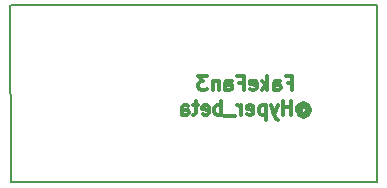
<source format=gbo>
G04 #@! TF.GenerationSoftware,KiCad,Pcbnew,(5.0.0-dirty)*
G04 #@! TF.CreationDate,2020-07-10T19:56:49+09:00*
G04 #@! TF.ProjectId,fake-fan-mk2,66616B652D66616E2D6D6B322E6B6963,rev?*
G04 #@! TF.SameCoordinates,Original*
G04 #@! TF.FileFunction,Legend,Bot*
G04 #@! TF.FilePolarity,Positive*
%FSLAX46Y46*%
G04 Gerber Fmt 4.6, Leading zero omitted, Abs format (unit mm)*
G04 Created by KiCad (PCBNEW (5.0.0-dirty)) date 07/10/20 19:56:49*
%MOMM*%
%LPD*%
G01*
G04 APERTURE LIST*
%ADD10C,0.300000*%
%ADD11C,0.200000*%
G04 APERTURE END LIST*
D10*
X37942857Y-21064285D02*
X38342857Y-21064285D01*
X38342857Y-21692857D02*
X38342857Y-20492857D01*
X37771428Y-20492857D01*
X36800000Y-21692857D02*
X36800000Y-21064285D01*
X36857142Y-20950000D01*
X36971428Y-20892857D01*
X37200000Y-20892857D01*
X37314285Y-20950000D01*
X36800000Y-21635714D02*
X36914285Y-21692857D01*
X37200000Y-21692857D01*
X37314285Y-21635714D01*
X37371428Y-21521428D01*
X37371428Y-21407142D01*
X37314285Y-21292857D01*
X37200000Y-21235714D01*
X36914285Y-21235714D01*
X36800000Y-21178571D01*
X36228571Y-21692857D02*
X36228571Y-20492857D01*
X36114285Y-21235714D02*
X35771428Y-21692857D01*
X35771428Y-20892857D02*
X36228571Y-21350000D01*
X34800000Y-21635714D02*
X34914285Y-21692857D01*
X35142857Y-21692857D01*
X35257142Y-21635714D01*
X35314285Y-21521428D01*
X35314285Y-21064285D01*
X35257142Y-20950000D01*
X35142857Y-20892857D01*
X34914285Y-20892857D01*
X34800000Y-20950000D01*
X34742857Y-21064285D01*
X34742857Y-21178571D01*
X35314285Y-21292857D01*
X33828571Y-21064285D02*
X34228571Y-21064285D01*
X34228571Y-21692857D02*
X34228571Y-20492857D01*
X33657142Y-20492857D01*
X32685714Y-21692857D02*
X32685714Y-21064285D01*
X32742857Y-20950000D01*
X32857142Y-20892857D01*
X33085714Y-20892857D01*
X33200000Y-20950000D01*
X32685714Y-21635714D02*
X32800000Y-21692857D01*
X33085714Y-21692857D01*
X33200000Y-21635714D01*
X33257142Y-21521428D01*
X33257142Y-21407142D01*
X33200000Y-21292857D01*
X33085714Y-21235714D01*
X32800000Y-21235714D01*
X32685714Y-21178571D01*
X32114285Y-20892857D02*
X32114285Y-21692857D01*
X32114285Y-21007142D02*
X32057142Y-20950000D01*
X31942857Y-20892857D01*
X31771428Y-20892857D01*
X31657142Y-20950000D01*
X31600000Y-21064285D01*
X31600000Y-21692857D01*
X31142857Y-20492857D02*
X30400000Y-20492857D01*
X30800000Y-20950000D01*
X30628571Y-20950000D01*
X30514285Y-21007142D01*
X30457142Y-21064285D01*
X30400000Y-21178571D01*
X30400000Y-21464285D01*
X30457142Y-21578571D01*
X30514285Y-21635714D01*
X30628571Y-21692857D01*
X30971428Y-21692857D01*
X31085714Y-21635714D01*
X31142857Y-21578571D01*
X39057142Y-23221428D02*
X39114285Y-23164285D01*
X39228571Y-23107142D01*
X39342857Y-23107142D01*
X39457142Y-23164285D01*
X39514285Y-23221428D01*
X39571428Y-23335714D01*
X39571428Y-23450000D01*
X39514285Y-23564285D01*
X39457142Y-23621428D01*
X39342857Y-23678571D01*
X39228571Y-23678571D01*
X39114285Y-23621428D01*
X39057142Y-23564285D01*
X39057142Y-23107142D02*
X39057142Y-23564285D01*
X39000000Y-23621428D01*
X38942857Y-23621428D01*
X38828571Y-23564285D01*
X38771428Y-23450000D01*
X38771428Y-23164285D01*
X38885714Y-22992857D01*
X39057142Y-22878571D01*
X39285714Y-22821428D01*
X39514285Y-22878571D01*
X39685714Y-22992857D01*
X39800000Y-23164285D01*
X39857142Y-23392857D01*
X39800000Y-23621428D01*
X39685714Y-23792857D01*
X39514285Y-23907142D01*
X39285714Y-23964285D01*
X39057142Y-23907142D01*
X38885714Y-23792857D01*
X38257142Y-23792857D02*
X38257142Y-22592857D01*
X38257142Y-23164285D02*
X37571428Y-23164285D01*
X37571428Y-23792857D02*
X37571428Y-22592857D01*
X37114285Y-22992857D02*
X36828571Y-23792857D01*
X36542857Y-22992857D02*
X36828571Y-23792857D01*
X36942857Y-24078571D01*
X37000000Y-24135714D01*
X37114285Y-24192857D01*
X36085714Y-22992857D02*
X36085714Y-24192857D01*
X36085714Y-23050000D02*
X35971428Y-22992857D01*
X35742857Y-22992857D01*
X35628571Y-23050000D01*
X35571428Y-23107142D01*
X35514285Y-23221428D01*
X35514285Y-23564285D01*
X35571428Y-23678571D01*
X35628571Y-23735714D01*
X35742857Y-23792857D01*
X35971428Y-23792857D01*
X36085714Y-23735714D01*
X34542857Y-23735714D02*
X34657142Y-23792857D01*
X34885714Y-23792857D01*
X35000000Y-23735714D01*
X35057142Y-23621428D01*
X35057142Y-23164285D01*
X35000000Y-23050000D01*
X34885714Y-22992857D01*
X34657142Y-22992857D01*
X34542857Y-23050000D01*
X34485714Y-23164285D01*
X34485714Y-23278571D01*
X35057142Y-23392857D01*
X33971428Y-23792857D02*
X33971428Y-22992857D01*
X33971428Y-23221428D02*
X33914285Y-23107142D01*
X33857142Y-23050000D01*
X33742857Y-22992857D01*
X33628571Y-22992857D01*
X33514285Y-23907142D02*
X32600000Y-23907142D01*
X32314285Y-23792857D02*
X32314285Y-22592857D01*
X32314285Y-23050000D02*
X32200000Y-22992857D01*
X31971428Y-22992857D01*
X31857142Y-23050000D01*
X31800000Y-23107142D01*
X31742857Y-23221428D01*
X31742857Y-23564285D01*
X31800000Y-23678571D01*
X31857142Y-23735714D01*
X31971428Y-23792857D01*
X32200000Y-23792857D01*
X32314285Y-23735714D01*
X30771428Y-23735714D02*
X30885714Y-23792857D01*
X31114285Y-23792857D01*
X31228571Y-23735714D01*
X31285714Y-23621428D01*
X31285714Y-23164285D01*
X31228571Y-23050000D01*
X31114285Y-22992857D01*
X30885714Y-22992857D01*
X30771428Y-23050000D01*
X30714285Y-23164285D01*
X30714285Y-23278571D01*
X31285714Y-23392857D01*
X30371428Y-22992857D02*
X29914285Y-22992857D01*
X30200000Y-22592857D02*
X30200000Y-23621428D01*
X30142857Y-23735714D01*
X30028571Y-23792857D01*
X29914285Y-23792857D01*
X29000000Y-23792857D02*
X29000000Y-23164285D01*
X29057142Y-23050000D01*
X29171428Y-22992857D01*
X29400000Y-22992857D01*
X29514285Y-23050000D01*
X29000000Y-23735714D02*
X29114285Y-23792857D01*
X29400000Y-23792857D01*
X29514285Y-23735714D01*
X29571428Y-23621428D01*
X29571428Y-23507142D01*
X29514285Y-23392857D01*
X29400000Y-23335714D01*
X29114285Y-23335714D01*
X29000000Y-23278571D01*
D11*
X14500000Y-29500000D02*
X14478000Y-14500000D01*
X45500000Y-29500000D02*
X14500000Y-29500000D01*
X45500000Y-14500000D02*
X45500000Y-29500000D01*
X14500000Y-14500000D02*
X45500000Y-14500000D01*
M02*

</source>
